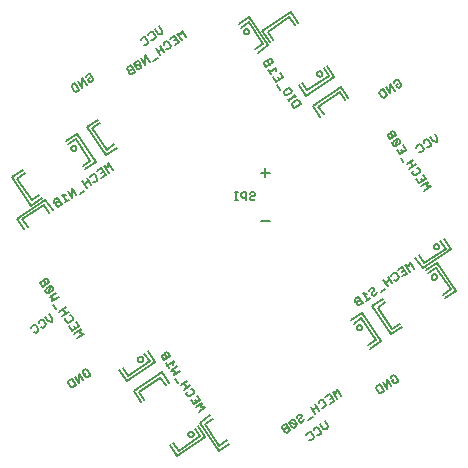
<source format=gbo>
G75*
%MOIN*%
%OFA0B0*%
%FSLAX24Y24*%
%IPPOS*%
%LPD*%
%AMOC8*
5,1,8,0,0,1.08239X$1,22.5*
%
%ADD10C,0.0060*%
%ADD11C,0.0050*%
D10*
X003729Y004066D02*
X003632Y004210D01*
X003644Y004270D01*
X003752Y004343D01*
X003898Y004127D01*
X003790Y004054D01*
X003729Y004066D01*
X003998Y004195D02*
X003852Y004410D01*
X003996Y004507D02*
X003998Y004195D01*
X004142Y004292D02*
X003996Y004507D01*
X004121Y004539D02*
X004133Y004599D01*
X004205Y004648D01*
X004265Y004636D01*
X004362Y004492D01*
X004350Y004432D01*
X004278Y004384D01*
X004218Y004395D01*
X004170Y004467D01*
X004241Y004516D01*
X003933Y005696D02*
X004149Y005842D01*
X004029Y005865D01*
X004052Y005986D01*
X003836Y005840D01*
X003768Y005941D02*
X003671Y006085D01*
X003640Y006209D02*
X003783Y006306D01*
X003795Y006366D01*
X003747Y006438D01*
X003686Y006450D01*
X003655Y006575D02*
X003439Y006429D01*
X003543Y006353D02*
X003531Y006293D01*
X003579Y006221D01*
X003640Y006209D01*
X003828Y006085D02*
X003876Y006013D01*
X003768Y005941D02*
X003984Y006086D01*
X003887Y006230D01*
X003547Y006502D02*
X003450Y006646D01*
X003558Y006719D02*
X003342Y006573D01*
X003238Y006649D02*
X003141Y006793D01*
X003109Y006918D02*
X003133Y007038D01*
X003012Y007062D01*
X003228Y007207D01*
X003124Y007283D02*
X003136Y007344D01*
X003088Y007416D01*
X003027Y007427D01*
X002981Y007186D01*
X002920Y007198D01*
X002872Y007270D01*
X002884Y007330D01*
X003027Y007427D01*
X002996Y007552D02*
X002923Y007660D01*
X002863Y007671D01*
X002827Y007647D01*
X002815Y007587D01*
X002888Y007479D01*
X002780Y007406D02*
X002996Y007552D01*
X002815Y007587D02*
X002755Y007599D01*
X002719Y007574D01*
X002707Y007514D01*
X002780Y007406D01*
X002981Y007186D02*
X003124Y007283D01*
X003325Y007063D02*
X003109Y006918D01*
X003010Y006496D02*
X003107Y006352D01*
X003084Y006232D01*
X002964Y006255D01*
X002867Y006399D01*
X002790Y006295D02*
X002887Y006151D01*
X002876Y006091D01*
X002804Y006043D01*
X002744Y006054D01*
X002643Y005987D02*
X002631Y005926D01*
X002559Y005878D01*
X002499Y005890D01*
X002402Y006033D02*
X002414Y006094D01*
X002486Y006142D01*
X002546Y006130D01*
X002643Y005987D01*
X002647Y006198D02*
X002658Y006258D01*
X002730Y006307D01*
X002790Y006295D01*
X003305Y010072D02*
X003413Y010145D01*
X003267Y010360D01*
X003160Y010288D01*
X003148Y010227D01*
X003172Y010191D01*
X003232Y010180D01*
X003340Y010252D01*
X003232Y010180D02*
X003221Y010119D01*
X003245Y010084D01*
X003305Y010072D01*
X003513Y010212D02*
X003657Y010309D01*
X003585Y010261D02*
X003440Y010477D01*
X003560Y010453D01*
X003612Y010593D02*
X003758Y010377D01*
X003756Y010690D01*
X003901Y010474D01*
X004026Y010506D02*
X004170Y010603D01*
X004246Y010707D02*
X004101Y010922D01*
X004173Y010815D02*
X004317Y010912D01*
X004245Y011019D02*
X004390Y010804D01*
X004466Y010907D02*
X004526Y010896D01*
X004598Y010944D01*
X004610Y011004D01*
X004513Y011148D01*
X004453Y011160D01*
X004381Y011111D01*
X004369Y011051D01*
X004589Y011252D02*
X004733Y011349D01*
X004879Y011133D01*
X004735Y011036D01*
X004734Y011193D02*
X004806Y011241D01*
X004979Y011201D02*
X004834Y011417D01*
X004954Y011393D01*
X004977Y011514D01*
X005123Y011298D01*
X003903Y013901D02*
X003843Y013912D01*
X003746Y014056D01*
X003757Y014116D01*
X003865Y014189D01*
X004011Y013973D01*
X003903Y013901D01*
X004111Y014041D02*
X003966Y014257D01*
X004109Y014354D02*
X004111Y014041D01*
X004255Y014138D02*
X004109Y014354D01*
X004234Y014386D02*
X004246Y014446D01*
X004318Y014494D01*
X004378Y014483D01*
X004475Y014339D01*
X004463Y014279D01*
X004391Y014230D01*
X004331Y014242D01*
X004283Y014314D01*
X004355Y014362D01*
X005592Y014651D02*
X005617Y014615D01*
X005677Y014603D01*
X005785Y014676D01*
X005712Y014783D02*
X005604Y014711D01*
X005592Y014651D01*
X005677Y014603D02*
X005665Y014543D01*
X005689Y014507D01*
X005750Y014495D01*
X005857Y014568D01*
X005712Y014783D01*
X005837Y014815D02*
X006077Y014768D01*
X006066Y014708D01*
X005994Y014660D01*
X005934Y014671D01*
X005837Y014815D01*
X005848Y014875D01*
X005920Y014924D01*
X005980Y014912D01*
X006077Y014768D01*
X006202Y014800D02*
X006057Y015016D01*
X006200Y015113D02*
X006202Y014800D01*
X006346Y014897D02*
X006200Y015113D01*
X006471Y014929D02*
X006615Y015026D01*
X006691Y015130D02*
X006545Y015346D01*
X006618Y015238D02*
X006762Y015335D01*
X006835Y015227D02*
X006689Y015443D01*
X006814Y015474D02*
X006825Y015535D01*
X006897Y015583D01*
X006958Y015571D01*
X007055Y015428D01*
X007043Y015367D01*
X006971Y015319D01*
X006911Y015331D01*
X007179Y015459D02*
X007323Y015556D01*
X007178Y015772D01*
X007034Y015675D01*
X007178Y015616D02*
X007250Y015664D01*
X007278Y015840D02*
X007424Y015624D01*
X007567Y015721D02*
X007422Y015937D01*
X007398Y015816D01*
X007278Y015840D01*
X006772Y015941D02*
X006749Y015820D01*
X006628Y015844D01*
X006531Y015987D01*
X006455Y015884D02*
X006395Y015895D01*
X006323Y015847D01*
X006311Y015787D01*
X006211Y015719D02*
X006308Y015575D01*
X006296Y015515D01*
X006224Y015466D01*
X006164Y015478D01*
X006067Y015622D02*
X006079Y015682D01*
X006151Y015731D01*
X006211Y015719D01*
X006408Y015643D02*
X006468Y015631D01*
X006540Y015680D01*
X006552Y015740D01*
X006455Y015884D01*
X006675Y016084D02*
X006772Y015941D01*
X010177Y014901D02*
X010165Y014841D01*
X010238Y014733D01*
X010454Y014879D01*
X010381Y014986D01*
X010321Y014998D01*
X010285Y014974D01*
X010273Y014914D01*
X010346Y014806D01*
X010273Y014914D02*
X010213Y014925D01*
X010177Y014901D01*
X010306Y014633D02*
X010403Y014489D01*
X010354Y014561D02*
X010570Y014706D01*
X010546Y014586D01*
X010686Y014534D02*
X010783Y014390D01*
X010567Y014244D01*
X010470Y014388D01*
X010627Y014389D02*
X010675Y014317D01*
X010599Y014120D02*
X010696Y013976D01*
X010836Y013924D02*
X010824Y013864D01*
X010873Y013792D01*
X010933Y013780D01*
X011077Y013877D01*
X011088Y013937D01*
X011040Y014009D01*
X010980Y014021D01*
X010836Y013924D01*
X011174Y013810D02*
X011223Y013739D01*
X011198Y013775D02*
X010983Y013629D01*
X011007Y013593D02*
X010958Y013665D01*
X011110Y013517D02*
X011254Y013614D01*
X011315Y013602D01*
X011387Y013494D01*
X011172Y013349D01*
X011099Y013457D01*
X011110Y013517D01*
X010210Y011360D02*
X010210Y011060D01*
X010360Y011210D02*
X010060Y011210D01*
X009829Y010550D02*
X009873Y010507D01*
X009873Y010463D01*
X009829Y010420D01*
X009743Y010420D01*
X009699Y010377D01*
X009699Y010333D01*
X009743Y010290D01*
X009829Y010290D01*
X009873Y010333D01*
X009829Y010550D02*
X009743Y010550D01*
X009699Y010507D01*
X009578Y010550D02*
X009448Y010550D01*
X009405Y010507D01*
X009405Y010420D01*
X009448Y010377D01*
X009578Y010377D01*
X009578Y010290D02*
X009578Y010550D01*
X009284Y010550D02*
X009197Y010550D01*
X009240Y010550D02*
X009240Y010290D01*
X009197Y010290D02*
X009284Y010290D01*
X010060Y009610D02*
X010360Y009610D01*
X013195Y006997D02*
X013184Y006937D01*
X013208Y006901D01*
X013268Y006889D01*
X013376Y006962D01*
X013449Y006854D02*
X013303Y007070D01*
X013195Y006997D01*
X013268Y006889D02*
X013256Y006829D01*
X013281Y006793D01*
X013341Y006781D01*
X013449Y006854D01*
X013549Y006922D02*
X013693Y007019D01*
X013621Y006970D02*
X013476Y007186D01*
X013596Y007163D01*
X013672Y007266D02*
X013684Y007327D01*
X013756Y007375D01*
X013816Y007363D01*
X013840Y007327D01*
X013829Y007267D01*
X013757Y007219D01*
X013745Y007158D01*
X013769Y007122D01*
X013829Y007111D01*
X013901Y007159D01*
X013913Y007219D01*
X014062Y007215D02*
X014206Y007312D01*
X014282Y007416D02*
X014137Y007632D01*
X014209Y007524D02*
X014353Y007621D01*
X014426Y007513D02*
X014280Y007729D01*
X014405Y007761D02*
X014417Y007821D01*
X014489Y007869D01*
X014549Y007858D01*
X014646Y007714D01*
X014634Y007654D01*
X014562Y007605D01*
X014502Y007617D01*
X014771Y007746D02*
X014914Y007843D01*
X014769Y008058D01*
X014625Y007961D01*
X014770Y007902D02*
X014842Y007950D01*
X015015Y007910D02*
X014869Y008126D01*
X014990Y008103D01*
X015013Y008223D01*
X015159Y008007D01*
X015506Y010607D02*
X015721Y010753D01*
X015601Y010776D01*
X015624Y010897D01*
X015409Y010751D01*
X015341Y010851D02*
X015244Y010995D01*
X015212Y011120D02*
X015152Y011132D01*
X015103Y011204D01*
X015115Y011264D01*
X015011Y011340D02*
X015227Y011486D01*
X015259Y011361D02*
X015319Y011349D01*
X015368Y011277D01*
X015356Y011217D01*
X015212Y011120D01*
X015400Y010996D02*
X015449Y010924D01*
X015557Y010997D02*
X015341Y010851D01*
X015557Y010997D02*
X015460Y011141D01*
X015119Y011413D02*
X015022Y011557D01*
X015130Y011629D02*
X014914Y011484D01*
X014811Y011560D02*
X014714Y011704D01*
X014682Y011829D02*
X014585Y011972D01*
X014553Y012097D02*
X014600Y012338D01*
X014456Y012241D01*
X014444Y012181D01*
X014493Y012109D01*
X014553Y012097D01*
X014697Y012194D01*
X014708Y012254D01*
X014660Y012326D01*
X014600Y012338D01*
X014568Y012463D02*
X014495Y012571D01*
X014435Y012582D01*
X014399Y012558D01*
X014387Y012498D01*
X014460Y012390D01*
X014387Y012498D02*
X014327Y012509D01*
X014291Y012485D01*
X014279Y012425D01*
X014352Y012317D01*
X014568Y012463D01*
X014800Y012118D02*
X014897Y011974D01*
X014682Y011829D01*
X014790Y011901D02*
X014741Y011973D01*
X015239Y012038D02*
X015251Y012098D01*
X015323Y012147D01*
X015383Y012135D01*
X015480Y011991D01*
X015468Y011931D01*
X015396Y011883D01*
X015336Y011894D01*
X015580Y012059D02*
X015640Y012047D01*
X015712Y012096D01*
X015724Y012156D01*
X015627Y012300D01*
X015567Y012312D01*
X015495Y012263D01*
X015483Y012203D01*
X015703Y012404D02*
X015800Y012260D01*
X015921Y012236D01*
X015944Y012357D01*
X015847Y012501D01*
X014726Y014085D02*
X014655Y014036D01*
X014594Y014048D01*
X014546Y014120D01*
X014618Y014168D01*
X014738Y014145D02*
X014641Y014289D01*
X014581Y014300D01*
X014509Y014252D01*
X014497Y014192D01*
X014373Y014160D02*
X014518Y013944D01*
X014374Y013847D02*
X014229Y014063D01*
X014128Y013995D02*
X014020Y013922D01*
X014009Y013862D01*
X014106Y013718D01*
X014166Y013707D01*
X014274Y013779D01*
X014128Y013995D01*
X014374Y013847D02*
X014373Y014160D01*
X014726Y014085D02*
X014738Y014145D01*
X006969Y005202D02*
X006909Y005214D01*
X006873Y005190D01*
X006861Y005129D01*
X006934Y005022D01*
X007042Y005094D02*
X006826Y004949D01*
X006753Y005057D01*
X006765Y005117D01*
X006801Y005141D01*
X006861Y005129D01*
X006969Y005202D02*
X007042Y005094D01*
X007158Y004922D02*
X006942Y004776D01*
X006894Y004848D02*
X006991Y004704D01*
X007058Y004604D02*
X007274Y004750D01*
X007134Y004801D02*
X007158Y004922D01*
X007058Y004604D02*
X007179Y004581D01*
X007155Y004460D01*
X007371Y004606D01*
X007187Y004335D02*
X007284Y004192D01*
X007388Y004115D02*
X007604Y004261D01*
X007496Y004188D02*
X007593Y004044D01*
X007485Y003972D02*
X007701Y004117D01*
X007732Y003992D02*
X007793Y003981D01*
X007841Y003909D01*
X007829Y003849D01*
X007686Y003752D01*
X007625Y003763D01*
X007577Y003835D01*
X007589Y003895D01*
X007717Y003627D02*
X007814Y003483D01*
X008030Y003629D01*
X007933Y003772D01*
X007874Y003628D02*
X007922Y003556D01*
X007882Y003383D02*
X008098Y003528D01*
X008075Y003408D01*
X008195Y003384D01*
X007979Y003239D01*
X010760Y002697D02*
X010785Y002661D01*
X010845Y002649D01*
X010953Y002722D01*
X011025Y002614D02*
X010918Y002541D01*
X010857Y002553D01*
X010833Y002589D01*
X010845Y002649D01*
X010760Y002697D02*
X010772Y002757D01*
X010880Y002830D01*
X011025Y002614D01*
X011102Y002718D02*
X011162Y002706D01*
X011234Y002755D01*
X011245Y002815D01*
X011005Y002862D01*
X011102Y002718D01*
X011245Y002815D02*
X011148Y002959D01*
X011088Y002970D01*
X011016Y002922D01*
X011005Y002862D01*
X011249Y003026D02*
X011261Y003087D01*
X011333Y003135D01*
X011393Y003123D01*
X011417Y003087D01*
X011405Y003027D01*
X011333Y002979D01*
X011322Y002918D01*
X011346Y002883D01*
X011406Y002871D01*
X011478Y002919D01*
X011490Y002980D01*
X011639Y002975D02*
X011783Y003072D01*
X011859Y003176D02*
X011713Y003392D01*
X011786Y003284D02*
X011930Y003381D01*
X012003Y003273D02*
X011857Y003489D01*
X011982Y003521D02*
X011993Y003581D01*
X012065Y003629D01*
X012126Y003618D01*
X012223Y003474D01*
X012211Y003414D01*
X012139Y003365D01*
X012079Y003377D01*
X012347Y003506D02*
X012491Y003603D01*
X012346Y003818D01*
X012202Y003721D01*
X012346Y003662D02*
X012418Y003710D01*
X012446Y003886D02*
X012592Y003670D01*
X012735Y003767D02*
X012590Y003983D01*
X012566Y003863D01*
X012446Y003886D01*
X012182Y002912D02*
X012279Y002768D01*
X012256Y002648D01*
X012136Y002671D01*
X012039Y002815D01*
X011962Y002711D02*
X011902Y002723D01*
X011830Y002675D01*
X011819Y002614D01*
X011718Y002547D02*
X011815Y002403D01*
X011803Y002343D01*
X011732Y002294D01*
X011671Y002306D01*
X011574Y002450D02*
X011586Y002510D01*
X011658Y002558D01*
X011718Y002547D01*
X011916Y002471D02*
X011976Y002459D01*
X012048Y002507D01*
X012059Y002568D01*
X011962Y002711D01*
X013896Y004015D02*
X013907Y004076D01*
X014015Y004148D01*
X014161Y003933D01*
X014053Y003860D01*
X013993Y003872D01*
X013896Y004015D01*
X014116Y004216D02*
X014261Y004000D01*
X014259Y004313D01*
X014405Y004097D01*
X014481Y004201D02*
X014433Y004273D01*
X014505Y004322D01*
X014528Y004442D02*
X014625Y004298D01*
X014613Y004238D01*
X014541Y004189D01*
X014481Y004201D01*
X014384Y004345D02*
X014396Y004405D01*
X014468Y004454D01*
X014528Y004442D01*
D11*
X013706Y005343D02*
X014065Y005585D01*
X013431Y006525D01*
X013072Y006283D01*
X013147Y006172D02*
X013408Y006348D01*
X013893Y005630D01*
X013632Y005454D01*
X013251Y006043D02*
X013253Y006062D01*
X013259Y006079D01*
X013268Y006095D01*
X013280Y006109D01*
X013295Y006120D01*
X013312Y006128D01*
X013331Y006132D01*
X013349Y006132D01*
X013368Y006128D01*
X013384Y006120D01*
X013400Y006109D01*
X013412Y006095D01*
X013421Y006079D01*
X013427Y006062D01*
X013429Y006043D01*
X013427Y006024D01*
X013421Y006007D01*
X013412Y005991D01*
X013400Y005977D01*
X013385Y005966D01*
X013368Y005958D01*
X013349Y005954D01*
X013331Y005954D01*
X013312Y005958D01*
X013296Y005966D01*
X013280Y005977D01*
X013268Y005991D01*
X013259Y006007D01*
X013253Y006024D01*
X013251Y006043D01*
X013774Y006756D02*
X014408Y005816D01*
X014767Y006058D01*
X014692Y006169D02*
X014431Y005993D01*
X013947Y006711D01*
X014208Y006887D01*
X014133Y006998D02*
X013774Y006756D01*
X015450Y008013D02*
X015207Y008372D01*
X015318Y008447D02*
X015494Y008186D01*
X016213Y008670D01*
X016036Y008932D01*
X016147Y009006D02*
X016390Y008647D01*
X015450Y008013D01*
X015569Y007967D02*
X015928Y008209D01*
X016562Y007269D01*
X016203Y007027D01*
X016128Y007138D02*
X016389Y007314D01*
X015905Y008032D01*
X015644Y007856D01*
X015748Y007727D02*
X015750Y007746D01*
X015756Y007763D01*
X015765Y007779D01*
X015777Y007793D01*
X015792Y007804D01*
X015809Y007812D01*
X015828Y007816D01*
X015846Y007816D01*
X015865Y007812D01*
X015881Y007804D01*
X015897Y007793D01*
X015909Y007779D01*
X015918Y007763D01*
X015924Y007746D01*
X015926Y007727D01*
X015924Y007708D01*
X015918Y007691D01*
X015909Y007675D01*
X015897Y007661D01*
X015882Y007650D01*
X015865Y007642D01*
X015846Y007638D01*
X015828Y007638D01*
X015809Y007642D01*
X015793Y007650D01*
X015777Y007661D01*
X015765Y007675D01*
X015756Y007691D01*
X015750Y007708D01*
X015748Y007727D01*
X015818Y008738D02*
X015820Y008757D01*
X015826Y008774D01*
X015835Y008790D01*
X015847Y008804D01*
X015862Y008815D01*
X015879Y008823D01*
X015898Y008827D01*
X015916Y008827D01*
X015935Y008823D01*
X015951Y008815D01*
X015967Y008804D01*
X015979Y008790D01*
X015988Y008774D01*
X015994Y008757D01*
X015996Y008738D01*
X015994Y008719D01*
X015988Y008702D01*
X015979Y008686D01*
X015967Y008672D01*
X015952Y008661D01*
X015935Y008653D01*
X015916Y008649D01*
X015898Y008649D01*
X015879Y008653D01*
X015863Y008661D01*
X015847Y008672D01*
X015835Y008686D01*
X015826Y008702D01*
X015820Y008719D01*
X015818Y008738D01*
X012148Y013147D02*
X011972Y013408D01*
X012690Y013893D01*
X012866Y013632D01*
X012977Y013706D02*
X012735Y014065D01*
X011795Y013431D01*
X012037Y013072D01*
X011564Y013774D02*
X011322Y014133D01*
X011433Y014208D02*
X011609Y013947D01*
X012327Y014431D01*
X012151Y014692D01*
X012262Y014767D02*
X012504Y014408D01*
X011564Y013774D01*
X011933Y014499D02*
X011935Y014518D01*
X011941Y014535D01*
X011950Y014551D01*
X011962Y014565D01*
X011977Y014576D01*
X011994Y014584D01*
X012013Y014588D01*
X012031Y014588D01*
X012050Y014584D01*
X012066Y014576D01*
X012082Y014565D01*
X012094Y014551D01*
X012103Y014535D01*
X012109Y014518D01*
X012111Y014499D01*
X012109Y014480D01*
X012103Y014463D01*
X012094Y014447D01*
X012082Y014433D01*
X012067Y014422D01*
X012050Y014414D01*
X012031Y014410D01*
X012013Y014410D01*
X011994Y014414D01*
X011978Y014422D01*
X011962Y014433D01*
X011950Y014447D01*
X011941Y014463D01*
X011935Y014480D01*
X011933Y014499D01*
X010464Y015644D02*
X010288Y015905D01*
X011006Y016389D01*
X011182Y016128D01*
X011293Y016203D02*
X011051Y016562D01*
X010111Y015928D01*
X010353Y015569D01*
X010307Y015450D02*
X009948Y015207D01*
X009873Y015318D02*
X010134Y015494D01*
X009650Y016213D01*
X009388Y016036D01*
X009314Y016147D02*
X009673Y016390D01*
X010307Y015450D01*
X009493Y015907D02*
X009495Y015926D01*
X009501Y015943D01*
X009510Y015959D01*
X009522Y015973D01*
X009537Y015984D01*
X009554Y015992D01*
X009573Y015996D01*
X009591Y015996D01*
X009610Y015992D01*
X009626Y015984D01*
X009642Y015973D01*
X009654Y015959D01*
X009663Y015943D01*
X009669Y015926D01*
X009671Y015907D01*
X009669Y015888D01*
X009663Y015871D01*
X009654Y015855D01*
X009642Y015841D01*
X009627Y015830D01*
X009610Y015822D01*
X009591Y015818D01*
X009573Y015818D01*
X009554Y015822D01*
X009538Y015830D01*
X009522Y015841D01*
X009510Y015855D01*
X009501Y015871D01*
X009495Y015888D01*
X009493Y015907D01*
X005173Y012148D02*
X004912Y011972D01*
X004427Y012690D01*
X004688Y012866D01*
X004614Y012977D02*
X004255Y012735D01*
X004889Y011795D01*
X005248Y012037D01*
X004546Y011564D02*
X004187Y011322D01*
X004112Y011433D02*
X004373Y011609D01*
X003889Y012327D01*
X003628Y012151D01*
X003553Y012262D02*
X003912Y012504D01*
X004546Y011564D01*
X003732Y012022D02*
X003734Y012041D01*
X003740Y012058D01*
X003749Y012074D01*
X003761Y012088D01*
X003776Y012099D01*
X003793Y012107D01*
X003812Y012111D01*
X003830Y012111D01*
X003849Y012107D01*
X003865Y012099D01*
X003881Y012088D01*
X003893Y012074D01*
X003902Y012058D01*
X003908Y012041D01*
X003910Y012022D01*
X003908Y012003D01*
X003902Y011986D01*
X003893Y011970D01*
X003881Y011956D01*
X003866Y011945D01*
X003849Y011937D01*
X003830Y011933D01*
X003812Y011933D01*
X003793Y011937D01*
X003777Y011945D01*
X003761Y011956D01*
X003749Y011970D01*
X003740Y011986D01*
X003734Y012003D01*
X003732Y012022D01*
X002676Y010464D02*
X002415Y010288D01*
X001931Y011006D01*
X002192Y011182D01*
X002117Y011293D02*
X001758Y011051D01*
X002392Y010111D01*
X002751Y010353D01*
X002870Y010307D02*
X001930Y009673D01*
X002173Y009314D01*
X002284Y009388D02*
X002107Y009650D01*
X002826Y010134D01*
X003002Y009873D01*
X003113Y009948D02*
X002870Y010307D01*
X006283Y005248D02*
X006525Y004889D01*
X005585Y004255D01*
X005343Y004614D01*
X005454Y004688D02*
X005630Y004427D01*
X006348Y004912D01*
X006172Y005173D01*
X005954Y004980D02*
X005956Y004999D01*
X005962Y005016D01*
X005971Y005032D01*
X005983Y005046D01*
X005998Y005057D01*
X006015Y005065D01*
X006034Y005069D01*
X006052Y005069D01*
X006071Y005065D01*
X006087Y005057D01*
X006103Y005046D01*
X006115Y005032D01*
X006124Y005016D01*
X006130Y004999D01*
X006132Y004980D01*
X006130Y004961D01*
X006124Y004944D01*
X006115Y004928D01*
X006103Y004914D01*
X006088Y004903D01*
X006071Y004895D01*
X006052Y004891D01*
X006034Y004891D01*
X006015Y004895D01*
X005999Y004903D01*
X005983Y004914D01*
X005971Y004928D01*
X005962Y004944D01*
X005956Y004961D01*
X005954Y004980D01*
X006756Y004546D02*
X005816Y003912D01*
X006058Y003553D01*
X006169Y003628D02*
X005993Y003889D01*
X006711Y004373D01*
X006887Y004112D01*
X006998Y004187D02*
X006756Y004546D01*
X008013Y002870D02*
X008647Y001930D01*
X009006Y002173D01*
X008932Y002284D02*
X008670Y002107D01*
X008186Y002826D01*
X008447Y003002D01*
X008372Y003113D02*
X008013Y002870D01*
X007967Y002751D02*
X008209Y002392D01*
X007269Y001758D01*
X007027Y002117D01*
X007138Y002192D02*
X007314Y001931D01*
X008032Y002415D01*
X007856Y002676D01*
X007638Y002483D02*
X007640Y002502D01*
X007646Y002519D01*
X007655Y002535D01*
X007667Y002549D01*
X007682Y002560D01*
X007699Y002568D01*
X007718Y002572D01*
X007736Y002572D01*
X007755Y002568D01*
X007771Y002560D01*
X007787Y002549D01*
X007799Y002535D01*
X007808Y002519D01*
X007814Y002502D01*
X007816Y002483D01*
X007814Y002464D01*
X007808Y002447D01*
X007799Y002431D01*
X007787Y002417D01*
X007772Y002406D01*
X007755Y002398D01*
X007736Y002394D01*
X007718Y002394D01*
X007699Y002398D01*
X007683Y002406D01*
X007667Y002417D01*
X007655Y002431D01*
X007646Y002447D01*
X007640Y002464D01*
X007638Y002483D01*
M02*

</source>
